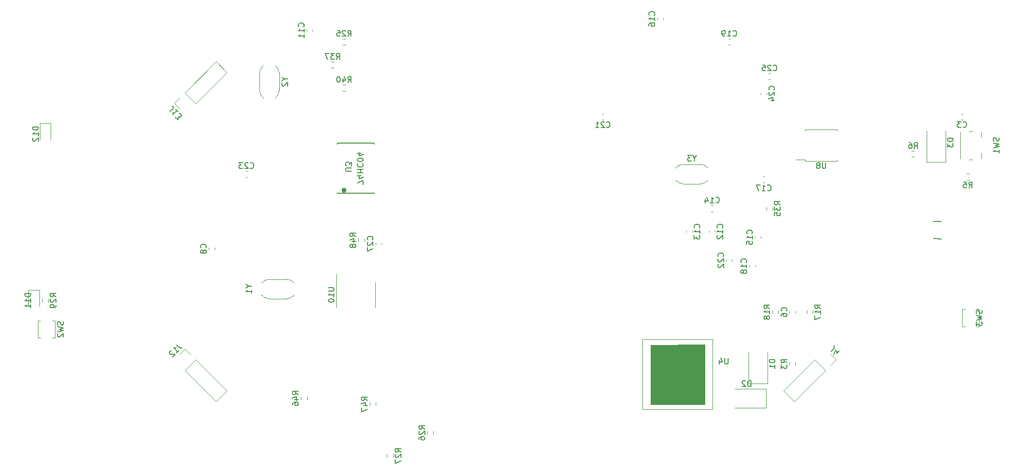
<source format=gbo>
%TF.GenerationSoftware,KiCad,Pcbnew,(6.0.9)*%
%TF.CreationDate,2022-12-21T05:14:32+09:00*%
%TF.ProjectId,main,6d61696e-2e6b-4696-9361-645f70636258,rev?*%
%TF.SameCoordinates,Original*%
%TF.FileFunction,Legend,Bot*%
%TF.FilePolarity,Positive*%
%FSLAX46Y46*%
G04 Gerber Fmt 4.6, Leading zero omitted, Abs format (unit mm)*
G04 Created by KiCad (PCBNEW (6.0.9)) date 2022-12-21 05:14:32*
%MOMM*%
%LPD*%
G01*
G04 APERTURE LIST*
%ADD10C,0.150000*%
%ADD11C,0.200000*%
%ADD12C,0.120000*%
%ADD13C,0.100000*%
%ADD14C,0.149860*%
%ADD15C,0.381000*%
G04 APERTURE END LIST*
D10*
%TO.C,C24*%
X196787142Y-75357142D02*
X196834761Y-75309523D01*
X196882380Y-75166666D01*
X196882380Y-75071428D01*
X196834761Y-74928571D01*
X196739523Y-74833333D01*
X196644285Y-74785714D01*
X196453809Y-74738095D01*
X196310952Y-74738095D01*
X196120476Y-74785714D01*
X196025238Y-74833333D01*
X195930000Y-74928571D01*
X195882380Y-75071428D01*
X195882380Y-75166666D01*
X195930000Y-75309523D01*
X195977619Y-75357142D01*
X195977619Y-75738095D02*
X195930000Y-75785714D01*
X195882380Y-75880952D01*
X195882380Y-76119047D01*
X195930000Y-76214285D01*
X195977619Y-76261904D01*
X196072857Y-76309523D01*
X196168095Y-76309523D01*
X196310952Y-76261904D01*
X196882380Y-75690476D01*
X196882380Y-76309523D01*
X196215714Y-77166666D02*
X196882380Y-77166666D01*
X195834761Y-76928571D02*
X196549047Y-76690476D01*
X196549047Y-77309523D01*
%TO.C,C25*%
X196642857Y-71927142D02*
X196690476Y-71974761D01*
X196833333Y-72022380D01*
X196928571Y-72022380D01*
X197071428Y-71974761D01*
X197166666Y-71879523D01*
X197214285Y-71784285D01*
X197261904Y-71593809D01*
X197261904Y-71450952D01*
X197214285Y-71260476D01*
X197166666Y-71165238D01*
X197071428Y-71070000D01*
X196928571Y-71022380D01*
X196833333Y-71022380D01*
X196690476Y-71070000D01*
X196642857Y-71117619D01*
X196261904Y-71117619D02*
X196214285Y-71070000D01*
X196119047Y-71022380D01*
X195880952Y-71022380D01*
X195785714Y-71070000D01*
X195738095Y-71117619D01*
X195690476Y-71212857D01*
X195690476Y-71308095D01*
X195738095Y-71450952D01*
X196309523Y-72022380D01*
X195690476Y-72022380D01*
X194785714Y-71022380D02*
X195261904Y-71022380D01*
X195309523Y-71498571D01*
X195261904Y-71450952D01*
X195166666Y-71403333D01*
X194928571Y-71403333D01*
X194833333Y-71450952D01*
X194785714Y-71498571D01*
X194738095Y-71593809D01*
X194738095Y-71831904D01*
X194785714Y-71927142D01*
X194833333Y-71974761D01*
X194928571Y-72022380D01*
X195166666Y-72022380D01*
X195261904Y-71974761D01*
X195309523Y-71927142D01*
%TO.C,R35*%
X197882380Y-95357142D02*
X197406190Y-95023809D01*
X197882380Y-94785714D02*
X196882380Y-94785714D01*
X196882380Y-95166666D01*
X196930000Y-95261904D01*
X196977619Y-95309523D01*
X197072857Y-95357142D01*
X197215714Y-95357142D01*
X197310952Y-95309523D01*
X197358571Y-95261904D01*
X197406190Y-95166666D01*
X197406190Y-94785714D01*
X196882380Y-95690476D02*
X196882380Y-96309523D01*
X197263333Y-95976190D01*
X197263333Y-96119047D01*
X197310952Y-96214285D01*
X197358571Y-96261904D01*
X197453809Y-96309523D01*
X197691904Y-96309523D01*
X197787142Y-96261904D01*
X197834761Y-96214285D01*
X197882380Y-96119047D01*
X197882380Y-95833333D01*
X197834761Y-95738095D01*
X197787142Y-95690476D01*
X196882380Y-97214285D02*
X196882380Y-96738095D01*
X197358571Y-96690476D01*
X197310952Y-96738095D01*
X197263333Y-96833333D01*
X197263333Y-97071428D01*
X197310952Y-97166666D01*
X197358571Y-97214285D01*
X197453809Y-97261904D01*
X197691904Y-97261904D01*
X197787142Y-97214285D01*
X197834761Y-97166666D01*
X197882380Y-97071428D01*
X197882380Y-96833333D01*
X197834761Y-96738095D01*
X197787142Y-96690476D01*
D11*
%TO.C,U4*%
X188773904Y-122035380D02*
X188773904Y-122844904D01*
X188726285Y-122940142D01*
X188678666Y-122987761D01*
X188583428Y-123035380D01*
X188392952Y-123035380D01*
X188297714Y-122987761D01*
X188250095Y-122940142D01*
X188202476Y-122844904D01*
X188202476Y-122035380D01*
X187297714Y-122368714D02*
X187297714Y-123035380D01*
X187535809Y-121987761D02*
X187773904Y-122702047D01*
X187154857Y-122702047D01*
D10*
%TO.C,R26*%
X136022380Y-134357142D02*
X135546190Y-134023809D01*
X136022380Y-133785714D02*
X135022380Y-133785714D01*
X135022380Y-134166666D01*
X135070000Y-134261904D01*
X135117619Y-134309523D01*
X135212857Y-134357142D01*
X135355714Y-134357142D01*
X135450952Y-134309523D01*
X135498571Y-134261904D01*
X135546190Y-134166666D01*
X135546190Y-133785714D01*
X135117619Y-134738095D02*
X135070000Y-134785714D01*
X135022380Y-134880952D01*
X135022380Y-135119047D01*
X135070000Y-135214285D01*
X135117619Y-135261904D01*
X135212857Y-135309523D01*
X135308095Y-135309523D01*
X135450952Y-135261904D01*
X136022380Y-134690476D01*
X136022380Y-135309523D01*
X135022380Y-136166666D02*
X135022380Y-135976190D01*
X135070000Y-135880952D01*
X135117619Y-135833333D01*
X135260476Y-135738095D01*
X135450952Y-135690476D01*
X135831904Y-135690476D01*
X135927142Y-135738095D01*
X135974761Y-135785714D01*
X136022380Y-135880952D01*
X136022380Y-136071428D01*
X135974761Y-136166666D01*
X135927142Y-136214285D01*
X135831904Y-136261904D01*
X135593809Y-136261904D01*
X135498571Y-136214285D01*
X135450952Y-136166666D01*
X135403333Y-136071428D01*
X135403333Y-135880952D01*
X135450952Y-135785714D01*
X135498571Y-135738095D01*
X135593809Y-135690476D01*
%TO.C,C14*%
X186642857Y-94927142D02*
X186690476Y-94974761D01*
X186833333Y-95022380D01*
X186928571Y-95022380D01*
X187071428Y-94974761D01*
X187166666Y-94879523D01*
X187214285Y-94784285D01*
X187261904Y-94593809D01*
X187261904Y-94450952D01*
X187214285Y-94260476D01*
X187166666Y-94165238D01*
X187071428Y-94070000D01*
X186928571Y-94022380D01*
X186833333Y-94022380D01*
X186690476Y-94070000D01*
X186642857Y-94117619D01*
X185690476Y-95022380D02*
X186261904Y-95022380D01*
X185976190Y-95022380D02*
X185976190Y-94022380D01*
X186071428Y-94165238D01*
X186166666Y-94260476D01*
X186261904Y-94308095D01*
X184833333Y-94355714D02*
X184833333Y-95022380D01*
X185071428Y-93974761D02*
X185309523Y-94689047D01*
X184690476Y-94689047D01*
%TO.C,R29*%
X71882380Y-111357142D02*
X71406190Y-111023809D01*
X71882380Y-110785714D02*
X70882380Y-110785714D01*
X70882380Y-111166666D01*
X70930000Y-111261904D01*
X70977619Y-111309523D01*
X71072857Y-111357142D01*
X71215714Y-111357142D01*
X71310952Y-111309523D01*
X71358571Y-111261904D01*
X71406190Y-111166666D01*
X71406190Y-110785714D01*
X70977619Y-111738095D02*
X70930000Y-111785714D01*
X70882380Y-111880952D01*
X70882380Y-112119047D01*
X70930000Y-112214285D01*
X70977619Y-112261904D01*
X71072857Y-112309523D01*
X71168095Y-112309523D01*
X71310952Y-112261904D01*
X71882380Y-111690476D01*
X71882380Y-112309523D01*
X71882380Y-112785714D02*
X71882380Y-112976190D01*
X71834761Y-113071428D01*
X71787142Y-113119047D01*
X71644285Y-113214285D01*
X71453809Y-113261904D01*
X71072857Y-113261904D01*
X70977619Y-113214285D01*
X70930000Y-113166666D01*
X70882380Y-113071428D01*
X70882380Y-112880952D01*
X70930000Y-112785714D01*
X70977619Y-112738095D01*
X71072857Y-112690476D01*
X71310952Y-112690476D01*
X71406190Y-112738095D01*
X71453809Y-112785714D01*
X71501428Y-112880952D01*
X71501428Y-113071428D01*
X71453809Y-113166666D01*
X71406190Y-113214285D01*
X71310952Y-113261904D01*
%TO.C,C23*%
X105642857Y-88927142D02*
X105690476Y-88974761D01*
X105833333Y-89022380D01*
X105928571Y-89022380D01*
X106071428Y-88974761D01*
X106166666Y-88879523D01*
X106214285Y-88784285D01*
X106261904Y-88593809D01*
X106261904Y-88450952D01*
X106214285Y-88260476D01*
X106166666Y-88165238D01*
X106071428Y-88070000D01*
X105928571Y-88022380D01*
X105833333Y-88022380D01*
X105690476Y-88070000D01*
X105642857Y-88117619D01*
X105261904Y-88117619D02*
X105214285Y-88070000D01*
X105119047Y-88022380D01*
X104880952Y-88022380D01*
X104785714Y-88070000D01*
X104738095Y-88117619D01*
X104690476Y-88212857D01*
X104690476Y-88308095D01*
X104738095Y-88450952D01*
X105309523Y-89022380D01*
X104690476Y-89022380D01*
X104357142Y-88022380D02*
X103738095Y-88022380D01*
X104071428Y-88403333D01*
X103928571Y-88403333D01*
X103833333Y-88450952D01*
X103785714Y-88498571D01*
X103738095Y-88593809D01*
X103738095Y-88831904D01*
X103785714Y-88927142D01*
X103833333Y-88974761D01*
X103928571Y-89022380D01*
X104214285Y-89022380D01*
X104309523Y-88974761D01*
X104357142Y-88927142D01*
%TO.C,R6*%
X221166666Y-85522380D02*
X221500000Y-85046190D01*
X221738095Y-85522380D02*
X221738095Y-84522380D01*
X221357142Y-84522380D01*
X221261904Y-84570000D01*
X221214285Y-84617619D01*
X221166666Y-84712857D01*
X221166666Y-84855714D01*
X221214285Y-84950952D01*
X221261904Y-84998571D01*
X221357142Y-85046190D01*
X221738095Y-85046190D01*
X220309523Y-84522380D02*
X220500000Y-84522380D01*
X220595238Y-84570000D01*
X220642857Y-84617619D01*
X220738095Y-84760476D01*
X220785714Y-84950952D01*
X220785714Y-85331904D01*
X220738095Y-85427142D01*
X220690476Y-85474761D01*
X220595238Y-85522380D01*
X220404761Y-85522380D01*
X220309523Y-85474761D01*
X220261904Y-85427142D01*
X220214285Y-85331904D01*
X220214285Y-85093809D01*
X220261904Y-84998571D01*
X220309523Y-84950952D01*
X220404761Y-84903333D01*
X220595238Y-84903333D01*
X220690476Y-84950952D01*
X220738095Y-84998571D01*
X220785714Y-85093809D01*
%TO.C,R17*%
X204882380Y-113357142D02*
X204406190Y-113023809D01*
X204882380Y-112785714D02*
X203882380Y-112785714D01*
X203882380Y-113166666D01*
X203930000Y-113261904D01*
X203977619Y-113309523D01*
X204072857Y-113357142D01*
X204215714Y-113357142D01*
X204310952Y-113309523D01*
X204358571Y-113261904D01*
X204406190Y-113166666D01*
X204406190Y-112785714D01*
X204882380Y-114309523D02*
X204882380Y-113738095D01*
X204882380Y-114023809D02*
X203882380Y-114023809D01*
X204025238Y-113928571D01*
X204120476Y-113833333D01*
X204168095Y-113738095D01*
X203882380Y-114642857D02*
X203882380Y-115309523D01*
X204882380Y-114880952D01*
%TO.C,SW1*%
X235904761Y-83666666D02*
X235952380Y-83809523D01*
X235952380Y-84047619D01*
X235904761Y-84142857D01*
X235857142Y-84190476D01*
X235761904Y-84238095D01*
X235666666Y-84238095D01*
X235571428Y-84190476D01*
X235523809Y-84142857D01*
X235476190Y-84047619D01*
X235428571Y-83857142D01*
X235380952Y-83761904D01*
X235333333Y-83714285D01*
X235238095Y-83666666D01*
X235142857Y-83666666D01*
X235047619Y-83714285D01*
X235000000Y-83761904D01*
X234952380Y-83857142D01*
X234952380Y-84095238D01*
X235000000Y-84238095D01*
X234952380Y-84571428D02*
X235952380Y-84809523D01*
X235238095Y-85000000D01*
X235952380Y-85190476D01*
X234952380Y-85428571D01*
X235952380Y-86333333D02*
X235952380Y-85761904D01*
X235952380Y-86047619D02*
X234952380Y-86047619D01*
X235095238Y-85952380D01*
X235190476Y-85857142D01*
X235238095Y-85761904D01*
%TO.C,R47*%
X126022380Y-129357142D02*
X125546190Y-129023809D01*
X126022380Y-128785714D02*
X125022380Y-128785714D01*
X125022380Y-129166666D01*
X125070000Y-129261904D01*
X125117619Y-129309523D01*
X125212857Y-129357142D01*
X125355714Y-129357142D01*
X125450952Y-129309523D01*
X125498571Y-129261904D01*
X125546190Y-129166666D01*
X125546190Y-128785714D01*
X125355714Y-130214285D02*
X126022380Y-130214285D01*
X124974761Y-129976190D02*
X125689047Y-129738095D01*
X125689047Y-130357142D01*
X125022380Y-130642857D02*
X125022380Y-131309523D01*
X126022380Y-130880952D01*
%TO.C,C12*%
X187787142Y-99357142D02*
X187834761Y-99309523D01*
X187882380Y-99166666D01*
X187882380Y-99071428D01*
X187834761Y-98928571D01*
X187739523Y-98833333D01*
X187644285Y-98785714D01*
X187453809Y-98738095D01*
X187310952Y-98738095D01*
X187120476Y-98785714D01*
X187025238Y-98833333D01*
X186930000Y-98928571D01*
X186882380Y-99071428D01*
X186882380Y-99166666D01*
X186930000Y-99309523D01*
X186977619Y-99357142D01*
X187882380Y-100309523D02*
X187882380Y-99738095D01*
X187882380Y-100023809D02*
X186882380Y-100023809D01*
X187025238Y-99928571D01*
X187120476Y-99833333D01*
X187168095Y-99738095D01*
X186977619Y-100690476D02*
X186930000Y-100738095D01*
X186882380Y-100833333D01*
X186882380Y-101071428D01*
X186930000Y-101166666D01*
X186977619Y-101214285D01*
X187072857Y-101261904D01*
X187168095Y-101261904D01*
X187310952Y-101214285D01*
X187882380Y-100642857D01*
X187882380Y-101261904D01*
%TO.C,R37*%
X120642857Y-70022380D02*
X120976190Y-69546190D01*
X121214285Y-70022380D02*
X121214285Y-69022380D01*
X120833333Y-69022380D01*
X120738095Y-69070000D01*
X120690476Y-69117619D01*
X120642857Y-69212857D01*
X120642857Y-69355714D01*
X120690476Y-69450952D01*
X120738095Y-69498571D01*
X120833333Y-69546190D01*
X121214285Y-69546190D01*
X120309523Y-69022380D02*
X119690476Y-69022380D01*
X120023809Y-69403333D01*
X119880952Y-69403333D01*
X119785714Y-69450952D01*
X119738095Y-69498571D01*
X119690476Y-69593809D01*
X119690476Y-69831904D01*
X119738095Y-69927142D01*
X119785714Y-69974761D01*
X119880952Y-70022380D01*
X120166666Y-70022380D01*
X120261904Y-69974761D01*
X120309523Y-69927142D01*
X119357142Y-69022380D02*
X118690476Y-69022380D01*
X119119047Y-70022380D01*
%TO.C,C21*%
X167642857Y-81787142D02*
X167690476Y-81834761D01*
X167833333Y-81882380D01*
X167928571Y-81882380D01*
X168071428Y-81834761D01*
X168166666Y-81739523D01*
X168214285Y-81644285D01*
X168261904Y-81453809D01*
X168261904Y-81310952D01*
X168214285Y-81120476D01*
X168166666Y-81025238D01*
X168071428Y-80930000D01*
X167928571Y-80882380D01*
X167833333Y-80882380D01*
X167690476Y-80930000D01*
X167642857Y-80977619D01*
X167261904Y-80977619D02*
X167214285Y-80930000D01*
X167119047Y-80882380D01*
X166880952Y-80882380D01*
X166785714Y-80930000D01*
X166738095Y-80977619D01*
X166690476Y-81072857D01*
X166690476Y-81168095D01*
X166738095Y-81310952D01*
X167309523Y-81882380D01*
X166690476Y-81882380D01*
X165738095Y-81882380D02*
X166309523Y-81882380D01*
X166023809Y-81882380D02*
X166023809Y-80882380D01*
X166119047Y-81025238D01*
X166214285Y-81120476D01*
X166309523Y-81168095D01*
%TO.C,R18*%
X196022380Y-113357142D02*
X195546190Y-113023809D01*
X196022380Y-112785714D02*
X195022380Y-112785714D01*
X195022380Y-113166666D01*
X195070000Y-113261904D01*
X195117619Y-113309523D01*
X195212857Y-113357142D01*
X195355714Y-113357142D01*
X195450952Y-113309523D01*
X195498571Y-113261904D01*
X195546190Y-113166666D01*
X195546190Y-112785714D01*
X196022380Y-114309523D02*
X196022380Y-113738095D01*
X196022380Y-114023809D02*
X195022380Y-114023809D01*
X195165238Y-113928571D01*
X195260476Y-113833333D01*
X195308095Y-113738095D01*
X195450952Y-114880952D02*
X195403333Y-114785714D01*
X195355714Y-114738095D01*
X195260476Y-114690476D01*
X195212857Y-114690476D01*
X195117619Y-114738095D01*
X195070000Y-114785714D01*
X195022380Y-114880952D01*
X195022380Y-115071428D01*
X195070000Y-115166666D01*
X195117619Y-115214285D01*
X195212857Y-115261904D01*
X195260476Y-115261904D01*
X195355714Y-115214285D01*
X195403333Y-115166666D01*
X195450952Y-115071428D01*
X195450952Y-114880952D01*
X195498571Y-114785714D01*
X195546190Y-114738095D01*
X195641428Y-114690476D01*
X195831904Y-114690476D01*
X195927142Y-114738095D01*
X195974761Y-114785714D01*
X196022380Y-114880952D01*
X196022380Y-115071428D01*
X195974761Y-115166666D01*
X195927142Y-115214285D01*
X195831904Y-115261904D01*
X195641428Y-115261904D01*
X195546190Y-115214285D01*
X195498571Y-115166666D01*
X195450952Y-115071428D01*
%TO.C,U10*%
X119252380Y-109761904D02*
X120061904Y-109761904D01*
X120157142Y-109809523D01*
X120204761Y-109857142D01*
X120252380Y-109952380D01*
X120252380Y-110142857D01*
X120204761Y-110238095D01*
X120157142Y-110285714D01*
X120061904Y-110333333D01*
X119252380Y-110333333D01*
X120252380Y-111333333D02*
X120252380Y-110761904D01*
X120252380Y-111047619D02*
X119252380Y-111047619D01*
X119395238Y-110952380D01*
X119490476Y-110857142D01*
X119538095Y-110761904D01*
X119252380Y-111952380D02*
X119252380Y-112047619D01*
X119300000Y-112142857D01*
X119347619Y-112190476D01*
X119442857Y-112238095D01*
X119633333Y-112285714D01*
X119871428Y-112285714D01*
X120061904Y-112238095D01*
X120157142Y-112190476D01*
X120204761Y-112142857D01*
X120252380Y-112047619D01*
X120252380Y-111952380D01*
X120204761Y-111857142D01*
X120157142Y-111809523D01*
X120061904Y-111761904D01*
X119871428Y-111714285D01*
X119633333Y-111714285D01*
X119442857Y-111761904D01*
X119347619Y-111809523D01*
X119300000Y-111857142D01*
X119252380Y-111952380D01*
%TO.C,C11*%
X114927142Y-64357142D02*
X114974761Y-64309523D01*
X115022380Y-64166666D01*
X115022380Y-64071428D01*
X114974761Y-63928571D01*
X114879523Y-63833333D01*
X114784285Y-63785714D01*
X114593809Y-63738095D01*
X114450952Y-63738095D01*
X114260476Y-63785714D01*
X114165238Y-63833333D01*
X114070000Y-63928571D01*
X114022380Y-64071428D01*
X114022380Y-64166666D01*
X114070000Y-64309523D01*
X114117619Y-64357142D01*
X115022380Y-65309523D02*
X115022380Y-64738095D01*
X115022380Y-65023809D02*
X114022380Y-65023809D01*
X114165238Y-64928571D01*
X114260476Y-64833333D01*
X114308095Y-64738095D01*
X115022380Y-66261904D02*
X115022380Y-65690476D01*
X115022380Y-65976190D02*
X114022380Y-65976190D01*
X114165238Y-65880952D01*
X114260476Y-65785714D01*
X114308095Y-65690476D01*
%TO.C,R27*%
X131882380Y-138357142D02*
X131406190Y-138023809D01*
X131882380Y-137785714D02*
X130882380Y-137785714D01*
X130882380Y-138166666D01*
X130930000Y-138261904D01*
X130977619Y-138309523D01*
X131072857Y-138357142D01*
X131215714Y-138357142D01*
X131310952Y-138309523D01*
X131358571Y-138261904D01*
X131406190Y-138166666D01*
X131406190Y-137785714D01*
X130977619Y-138738095D02*
X130930000Y-138785714D01*
X130882380Y-138880952D01*
X130882380Y-139119047D01*
X130930000Y-139214285D01*
X130977619Y-139261904D01*
X131072857Y-139309523D01*
X131168095Y-139309523D01*
X131310952Y-139261904D01*
X131882380Y-138690476D01*
X131882380Y-139309523D01*
X130882380Y-139642857D02*
X130882380Y-140309523D01*
X131882380Y-139880952D01*
%TO.C,R40*%
X122642857Y-74022380D02*
X122976190Y-73546190D01*
X123214285Y-74022380D02*
X123214285Y-73022380D01*
X122833333Y-73022380D01*
X122738095Y-73070000D01*
X122690476Y-73117619D01*
X122642857Y-73212857D01*
X122642857Y-73355714D01*
X122690476Y-73450952D01*
X122738095Y-73498571D01*
X122833333Y-73546190D01*
X123214285Y-73546190D01*
X121785714Y-73355714D02*
X121785714Y-74022380D01*
X122023809Y-72974761D02*
X122261904Y-73689047D01*
X121642857Y-73689047D01*
X121071428Y-73022380D02*
X120976190Y-73022380D01*
X120880952Y-73070000D01*
X120833333Y-73117619D01*
X120785714Y-73212857D01*
X120738095Y-73403333D01*
X120738095Y-73641428D01*
X120785714Y-73831904D01*
X120833333Y-73927142D01*
X120880952Y-73974761D01*
X120976190Y-74022380D01*
X121071428Y-74022380D01*
X121166666Y-73974761D01*
X121214285Y-73927142D01*
X121261904Y-73831904D01*
X121309523Y-73641428D01*
X121309523Y-73403333D01*
X121261904Y-73212857D01*
X121214285Y-73117619D01*
X121166666Y-73070000D01*
X121071428Y-73022380D01*
%TO.C,J4*%
X206711631Y-120816963D02*
X207216707Y-120311887D01*
X207284051Y-120177200D01*
X207284051Y-120042513D01*
X207216707Y-119907826D01*
X207149364Y-119840483D01*
X207587097Y-121221024D02*
X208058501Y-120749620D01*
X207149364Y-121322040D02*
X207486081Y-120648605D01*
X207923814Y-121086337D01*
%TO.C,R25*%
X122642857Y-66022380D02*
X122976190Y-65546190D01*
X123214285Y-66022380D02*
X123214285Y-65022380D01*
X122833333Y-65022380D01*
X122738095Y-65070000D01*
X122690476Y-65117619D01*
X122642857Y-65212857D01*
X122642857Y-65355714D01*
X122690476Y-65450952D01*
X122738095Y-65498571D01*
X122833333Y-65546190D01*
X123214285Y-65546190D01*
X122261904Y-65117619D02*
X122214285Y-65070000D01*
X122119047Y-65022380D01*
X121880952Y-65022380D01*
X121785714Y-65070000D01*
X121738095Y-65117619D01*
X121690476Y-65212857D01*
X121690476Y-65308095D01*
X121738095Y-65450952D01*
X122309523Y-66022380D01*
X121690476Y-66022380D01*
X120785714Y-65022380D02*
X121261904Y-65022380D01*
X121309523Y-65498571D01*
X121261904Y-65450952D01*
X121166666Y-65403333D01*
X120928571Y-65403333D01*
X120833333Y-65450952D01*
X120785714Y-65498571D01*
X120738095Y-65593809D01*
X120738095Y-65831904D01*
X120785714Y-65927142D01*
X120833333Y-65974761D01*
X120928571Y-66022380D01*
X121166666Y-66022380D01*
X121261904Y-65974761D01*
X121309523Y-65927142D01*
%TO.C,D1*%
X196952380Y-122261904D02*
X195952380Y-122261904D01*
X195952380Y-122500000D01*
X196000000Y-122642857D01*
X196095238Y-122738095D01*
X196190476Y-122785714D01*
X196380952Y-122833333D01*
X196523809Y-122833333D01*
X196714285Y-122785714D01*
X196809523Y-122738095D01*
X196904761Y-122642857D01*
X196952380Y-122500000D01*
X196952380Y-122261904D01*
X196952380Y-123785714D02*
X196952380Y-123214285D01*
X196952380Y-123500000D02*
X195952380Y-123500000D01*
X196095238Y-123404761D01*
X196190476Y-123309523D01*
X196238095Y-123214285D01*
%TO.C,C15*%
X192927142Y-100357142D02*
X192974761Y-100309523D01*
X193022380Y-100166666D01*
X193022380Y-100071428D01*
X192974761Y-99928571D01*
X192879523Y-99833333D01*
X192784285Y-99785714D01*
X192593809Y-99738095D01*
X192450952Y-99738095D01*
X192260476Y-99785714D01*
X192165238Y-99833333D01*
X192070000Y-99928571D01*
X192022380Y-100071428D01*
X192022380Y-100166666D01*
X192070000Y-100309523D01*
X192117619Y-100357142D01*
X193022380Y-101309523D02*
X193022380Y-100738095D01*
X193022380Y-101023809D02*
X192022380Y-101023809D01*
X192165238Y-100928571D01*
X192260476Y-100833333D01*
X192308095Y-100738095D01*
X192022380Y-102214285D02*
X192022380Y-101738095D01*
X192498571Y-101690476D01*
X192450952Y-101738095D01*
X192403333Y-101833333D01*
X192403333Y-102071428D01*
X192450952Y-102166666D01*
X192498571Y-102214285D01*
X192593809Y-102261904D01*
X192831904Y-102261904D01*
X192927142Y-102214285D01*
X192974761Y-102166666D01*
X193022380Y-102071428D01*
X193022380Y-101833333D01*
X192974761Y-101738095D01*
X192927142Y-101690476D01*
%TO.C,C17*%
X195642857Y-92787142D02*
X195690476Y-92834761D01*
X195833333Y-92882380D01*
X195928571Y-92882380D01*
X196071428Y-92834761D01*
X196166666Y-92739523D01*
X196214285Y-92644285D01*
X196261904Y-92453809D01*
X196261904Y-92310952D01*
X196214285Y-92120476D01*
X196166666Y-92025238D01*
X196071428Y-91930000D01*
X195928571Y-91882380D01*
X195833333Y-91882380D01*
X195690476Y-91930000D01*
X195642857Y-91977619D01*
X194690476Y-92882380D02*
X195261904Y-92882380D01*
X194976190Y-92882380D02*
X194976190Y-91882380D01*
X195071428Y-92025238D01*
X195166666Y-92120476D01*
X195261904Y-92168095D01*
X194357142Y-91882380D02*
X193690476Y-91882380D01*
X194119047Y-92882380D01*
%TO.C,C13*%
X183787142Y-99357142D02*
X183834761Y-99309523D01*
X183882380Y-99166666D01*
X183882380Y-99071428D01*
X183834761Y-98928571D01*
X183739523Y-98833333D01*
X183644285Y-98785714D01*
X183453809Y-98738095D01*
X183310952Y-98738095D01*
X183120476Y-98785714D01*
X183025238Y-98833333D01*
X182930000Y-98928571D01*
X182882380Y-99071428D01*
X182882380Y-99166666D01*
X182930000Y-99309523D01*
X182977619Y-99357142D01*
X183882380Y-100309523D02*
X183882380Y-99738095D01*
X183882380Y-100023809D02*
X182882380Y-100023809D01*
X183025238Y-99928571D01*
X183120476Y-99833333D01*
X183168095Y-99738095D01*
X182882380Y-100642857D02*
X182882380Y-101261904D01*
X183263333Y-100928571D01*
X183263333Y-101071428D01*
X183310952Y-101166666D01*
X183358571Y-101214285D01*
X183453809Y-101261904D01*
X183691904Y-101261904D01*
X183787142Y-101214285D01*
X183834761Y-101166666D01*
X183882380Y-101071428D01*
X183882380Y-100785714D01*
X183834761Y-100690476D01*
X183787142Y-100642857D01*
%TO.C,SW2*%
X73104761Y-115666666D02*
X73152380Y-115809523D01*
X73152380Y-116047619D01*
X73104761Y-116142857D01*
X73057142Y-116190476D01*
X72961904Y-116238095D01*
X72866666Y-116238095D01*
X72771428Y-116190476D01*
X72723809Y-116142857D01*
X72676190Y-116047619D01*
X72628571Y-115857142D01*
X72580952Y-115761904D01*
X72533333Y-115714285D01*
X72438095Y-115666666D01*
X72342857Y-115666666D01*
X72247619Y-115714285D01*
X72200000Y-115761904D01*
X72152380Y-115857142D01*
X72152380Y-116095238D01*
X72200000Y-116238095D01*
X72152380Y-116571428D02*
X73152380Y-116809523D01*
X72438095Y-117000000D01*
X73152380Y-117190476D01*
X72152380Y-117428571D01*
X72247619Y-117761904D02*
X72200000Y-117809523D01*
X72152380Y-117904761D01*
X72152380Y-118142857D01*
X72200000Y-118238095D01*
X72247619Y-118285714D01*
X72342857Y-118333333D01*
X72438095Y-118333333D01*
X72580952Y-118285714D01*
X73152380Y-117714285D01*
X73152380Y-118333333D01*
%TO.C,D3*%
X227952380Y-83761904D02*
X226952380Y-83761904D01*
X226952380Y-84000000D01*
X227000000Y-84142857D01*
X227095238Y-84238095D01*
X227190476Y-84285714D01*
X227380952Y-84333333D01*
X227523809Y-84333333D01*
X227714285Y-84285714D01*
X227809523Y-84238095D01*
X227904761Y-84142857D01*
X227952380Y-84000000D01*
X227952380Y-83761904D01*
X226952380Y-84666666D02*
X226952380Y-85285714D01*
X227333333Y-84952380D01*
X227333333Y-85095238D01*
X227380952Y-85190476D01*
X227428571Y-85238095D01*
X227523809Y-85285714D01*
X227761904Y-85285714D01*
X227857142Y-85238095D01*
X227904761Y-85190476D01*
X227952380Y-85095238D01*
X227952380Y-84809523D01*
X227904761Y-84714285D01*
X227857142Y-84666666D01*
%TO.C,J12*%
X92850635Y-119705796D02*
X93355711Y-120210872D01*
X93490398Y-120278215D01*
X93625085Y-120278215D01*
X93759772Y-120210872D01*
X93827116Y-120143528D01*
X92850635Y-121120009D02*
X93254696Y-120715948D01*
X93052666Y-120917979D02*
X92345559Y-120210872D01*
X92513918Y-120244544D01*
X92648605Y-120244544D01*
X92749620Y-120210872D01*
X91941498Y-120749620D02*
X91874154Y-120749620D01*
X91773139Y-120783292D01*
X91604780Y-120951650D01*
X91571109Y-121052666D01*
X91571109Y-121120009D01*
X91604780Y-121221024D01*
X91672124Y-121288368D01*
X91806811Y-121355711D01*
X92614933Y-121355711D01*
X92177200Y-121793444D01*
%TO.C,U8*%
X205761904Y-88012380D02*
X205761904Y-88821904D01*
X205714285Y-88917142D01*
X205666666Y-88964761D01*
X205571428Y-89012380D01*
X205380952Y-89012380D01*
X205285714Y-88964761D01*
X205238095Y-88917142D01*
X205190476Y-88821904D01*
X205190476Y-88012380D01*
X204571428Y-88440952D02*
X204666666Y-88393333D01*
X204714285Y-88345714D01*
X204761904Y-88250476D01*
X204761904Y-88202857D01*
X204714285Y-88107619D01*
X204666666Y-88060000D01*
X204571428Y-88012380D01*
X204380952Y-88012380D01*
X204285714Y-88060000D01*
X204238095Y-88107619D01*
X204190476Y-88202857D01*
X204190476Y-88250476D01*
X204238095Y-88345714D01*
X204285714Y-88393333D01*
X204380952Y-88440952D01*
X204571428Y-88440952D01*
X204666666Y-88488571D01*
X204714285Y-88536190D01*
X204761904Y-88631428D01*
X204761904Y-88821904D01*
X204714285Y-88917142D01*
X204666666Y-88964761D01*
X204571428Y-89012380D01*
X204380952Y-89012380D01*
X204285714Y-88964761D01*
X204238095Y-88917142D01*
X204190476Y-88821904D01*
X204190476Y-88631428D01*
X204238095Y-88536190D01*
X204285714Y-88488571D01*
X204380952Y-88440952D01*
%TO.C,D2*%
X192738095Y-126952380D02*
X192738095Y-125952380D01*
X192500000Y-125952380D01*
X192357142Y-126000000D01*
X192261904Y-126095238D01*
X192214285Y-126190476D01*
X192166666Y-126380952D01*
X192166666Y-126523809D01*
X192214285Y-126714285D01*
X192261904Y-126809523D01*
X192357142Y-126904761D01*
X192500000Y-126952380D01*
X192738095Y-126952380D01*
X191785714Y-126047619D02*
X191738095Y-126000000D01*
X191642857Y-125952380D01*
X191404761Y-125952380D01*
X191309523Y-126000000D01*
X191261904Y-126047619D01*
X191214285Y-126142857D01*
X191214285Y-126238095D01*
X191261904Y-126380952D01*
X191833333Y-126952380D01*
X191214285Y-126952380D01*
D11*
%TO.C,U3*%
X123277619Y-89507904D02*
X122468095Y-89507904D01*
X122372857Y-89460285D01*
X122325238Y-89412666D01*
X122277619Y-89317428D01*
X122277619Y-89126952D01*
X122325238Y-89031714D01*
X122372857Y-88984095D01*
X122468095Y-88936476D01*
X123277619Y-88936476D01*
X123277619Y-88555523D02*
X123277619Y-87936476D01*
X122896666Y-88269809D01*
X122896666Y-88126952D01*
X122849047Y-88031714D01*
X122801428Y-87984095D01*
X122706190Y-87936476D01*
X122468095Y-87936476D01*
X122372857Y-87984095D01*
X122325238Y-88031714D01*
X122277619Y-88126952D01*
X122277619Y-88412666D01*
X122325238Y-88507904D01*
X122372857Y-88555523D01*
X125309619Y-91785714D02*
X125309619Y-91119047D01*
X124309619Y-91547619D01*
X124976285Y-90309523D02*
X124309619Y-90309523D01*
X125357238Y-90547619D02*
X124642952Y-90785714D01*
X124642952Y-90166666D01*
X124309619Y-89785714D02*
X125309619Y-89785714D01*
X124833428Y-89785714D02*
X124833428Y-89214285D01*
X124309619Y-89214285D02*
X125309619Y-89214285D01*
X124404857Y-88166666D02*
X124357238Y-88214285D01*
X124309619Y-88357142D01*
X124309619Y-88452380D01*
X124357238Y-88595238D01*
X124452476Y-88690476D01*
X124547714Y-88738095D01*
X124738190Y-88785714D01*
X124881047Y-88785714D01*
X125071523Y-88738095D01*
X125166761Y-88690476D01*
X125262000Y-88595238D01*
X125309619Y-88452380D01*
X125309619Y-88357142D01*
X125262000Y-88214285D01*
X125214380Y-88166666D01*
X125309619Y-87547619D02*
X125309619Y-87452380D01*
X125262000Y-87357142D01*
X125214380Y-87309523D01*
X125119142Y-87261904D01*
X124928666Y-87214285D01*
X124690571Y-87214285D01*
X124500095Y-87261904D01*
X124404857Y-87309523D01*
X124357238Y-87357142D01*
X124309619Y-87452380D01*
X124309619Y-87547619D01*
X124357238Y-87642857D01*
X124404857Y-87690476D01*
X124500095Y-87738095D01*
X124690571Y-87785714D01*
X124928666Y-87785714D01*
X125119142Y-87738095D01*
X125214380Y-87690476D01*
X125262000Y-87642857D01*
X125309619Y-87547619D01*
X124976285Y-86357142D02*
X124309619Y-86357142D01*
X125357238Y-86595238D02*
X124642952Y-86833333D01*
X124642952Y-86214285D01*
D10*
%TO.C,R48*%
X124022380Y-100857142D02*
X123546190Y-100523809D01*
X124022380Y-100285714D02*
X123022380Y-100285714D01*
X123022380Y-100666666D01*
X123070000Y-100761904D01*
X123117619Y-100809523D01*
X123212857Y-100857142D01*
X123355714Y-100857142D01*
X123450952Y-100809523D01*
X123498571Y-100761904D01*
X123546190Y-100666666D01*
X123546190Y-100285714D01*
X123355714Y-101714285D02*
X124022380Y-101714285D01*
X122974761Y-101476190D02*
X123689047Y-101238095D01*
X123689047Y-101857142D01*
X123450952Y-102380952D02*
X123403333Y-102285714D01*
X123355714Y-102238095D01*
X123260476Y-102190476D01*
X123212857Y-102190476D01*
X123117619Y-102238095D01*
X123070000Y-102285714D01*
X123022380Y-102380952D01*
X123022380Y-102571428D01*
X123070000Y-102666666D01*
X123117619Y-102714285D01*
X123212857Y-102761904D01*
X123260476Y-102761904D01*
X123355714Y-102714285D01*
X123403333Y-102666666D01*
X123450952Y-102571428D01*
X123450952Y-102380952D01*
X123498571Y-102285714D01*
X123546190Y-102238095D01*
X123641428Y-102190476D01*
X123831904Y-102190476D01*
X123927142Y-102238095D01*
X123974761Y-102285714D01*
X124022380Y-102380952D01*
X124022380Y-102571428D01*
X123974761Y-102666666D01*
X123927142Y-102714285D01*
X123831904Y-102761904D01*
X123641428Y-102761904D01*
X123546190Y-102714285D01*
X123498571Y-102666666D01*
X123450952Y-102571428D01*
%TO.C,C16*%
X175927142Y-62357142D02*
X175974761Y-62309523D01*
X176022380Y-62166666D01*
X176022380Y-62071428D01*
X175974761Y-61928571D01*
X175879523Y-61833333D01*
X175784285Y-61785714D01*
X175593809Y-61738095D01*
X175450952Y-61738095D01*
X175260476Y-61785714D01*
X175165238Y-61833333D01*
X175070000Y-61928571D01*
X175022380Y-62071428D01*
X175022380Y-62166666D01*
X175070000Y-62309523D01*
X175117619Y-62357142D01*
X176022380Y-63309523D02*
X176022380Y-62738095D01*
X176022380Y-63023809D02*
X175022380Y-63023809D01*
X175165238Y-62928571D01*
X175260476Y-62833333D01*
X175308095Y-62738095D01*
X175022380Y-64166666D02*
X175022380Y-63976190D01*
X175070000Y-63880952D01*
X175117619Y-63833333D01*
X175260476Y-63738095D01*
X175450952Y-63690476D01*
X175831904Y-63690476D01*
X175927142Y-63738095D01*
X175974761Y-63785714D01*
X176022380Y-63880952D01*
X176022380Y-64071428D01*
X175974761Y-64166666D01*
X175927142Y-64214285D01*
X175831904Y-64261904D01*
X175593809Y-64261904D01*
X175498571Y-64214285D01*
X175450952Y-64166666D01*
X175403333Y-64071428D01*
X175403333Y-63880952D01*
X175450952Y-63785714D01*
X175498571Y-63738095D01*
X175593809Y-63690476D01*
%TO.C,C19*%
X189642857Y-65927142D02*
X189690476Y-65974761D01*
X189833333Y-66022380D01*
X189928571Y-66022380D01*
X190071428Y-65974761D01*
X190166666Y-65879523D01*
X190214285Y-65784285D01*
X190261904Y-65593809D01*
X190261904Y-65450952D01*
X190214285Y-65260476D01*
X190166666Y-65165238D01*
X190071428Y-65070000D01*
X189928571Y-65022380D01*
X189833333Y-65022380D01*
X189690476Y-65070000D01*
X189642857Y-65117619D01*
X188690476Y-66022380D02*
X189261904Y-66022380D01*
X188976190Y-66022380D02*
X188976190Y-65022380D01*
X189071428Y-65165238D01*
X189166666Y-65260476D01*
X189261904Y-65308095D01*
X188214285Y-66022380D02*
X188023809Y-66022380D01*
X187928571Y-65974761D01*
X187880952Y-65927142D01*
X187785714Y-65784285D01*
X187738095Y-65593809D01*
X187738095Y-65212857D01*
X187785714Y-65117619D01*
X187833333Y-65070000D01*
X187928571Y-65022380D01*
X188119047Y-65022380D01*
X188214285Y-65070000D01*
X188261904Y-65117619D01*
X188309523Y-65212857D01*
X188309523Y-65450952D01*
X188261904Y-65546190D01*
X188214285Y-65593809D01*
X188119047Y-65641428D01*
X187928571Y-65641428D01*
X187833333Y-65593809D01*
X187785714Y-65546190D01*
X187738095Y-65450952D01*
%TO.C,R3*%
X199022380Y-122833333D02*
X198546190Y-122500000D01*
X199022380Y-122261904D02*
X198022380Y-122261904D01*
X198022380Y-122642857D01*
X198070000Y-122738095D01*
X198117619Y-122785714D01*
X198212857Y-122833333D01*
X198355714Y-122833333D01*
X198450952Y-122785714D01*
X198498571Y-122738095D01*
X198546190Y-122642857D01*
X198546190Y-122261904D01*
X198022380Y-123166666D02*
X198022380Y-123785714D01*
X198403333Y-123452380D01*
X198403333Y-123595238D01*
X198450952Y-123690476D01*
X198498571Y-123738095D01*
X198593809Y-123785714D01*
X198831904Y-123785714D01*
X198927142Y-123738095D01*
X198974761Y-123690476D01*
X199022380Y-123595238D01*
X199022380Y-123309523D01*
X198974761Y-123214285D01*
X198927142Y-123166666D01*
%TO.C,R5*%
X230666666Y-92382380D02*
X231000000Y-91906190D01*
X231238095Y-92382380D02*
X231238095Y-91382380D01*
X230857142Y-91382380D01*
X230761904Y-91430000D01*
X230714285Y-91477619D01*
X230666666Y-91572857D01*
X230666666Y-91715714D01*
X230714285Y-91810952D01*
X230761904Y-91858571D01*
X230857142Y-91906190D01*
X231238095Y-91906190D01*
X229761904Y-91382380D02*
X230238095Y-91382380D01*
X230285714Y-91858571D01*
X230238095Y-91810952D01*
X230142857Y-91763333D01*
X229904761Y-91763333D01*
X229809523Y-91810952D01*
X229761904Y-91858571D01*
X229714285Y-91953809D01*
X229714285Y-92191904D01*
X229761904Y-92287142D01*
X229809523Y-92334761D01*
X229904761Y-92382380D01*
X230142857Y-92382380D01*
X230238095Y-92334761D01*
X230285714Y-92287142D01*
%TO.C,C3*%
X229666666Y-81787142D02*
X229714285Y-81834761D01*
X229857142Y-81882380D01*
X229952380Y-81882380D01*
X230095238Y-81834761D01*
X230190476Y-81739523D01*
X230238095Y-81644285D01*
X230285714Y-81453809D01*
X230285714Y-81310952D01*
X230238095Y-81120476D01*
X230190476Y-81025238D01*
X230095238Y-80930000D01*
X229952380Y-80882380D01*
X229857142Y-80882380D01*
X229714285Y-80930000D01*
X229666666Y-80977619D01*
X229333333Y-80882380D02*
X228714285Y-80882380D01*
X229047619Y-81263333D01*
X228904761Y-81263333D01*
X228809523Y-81310952D01*
X228761904Y-81358571D01*
X228714285Y-81453809D01*
X228714285Y-81691904D01*
X228761904Y-81787142D01*
X228809523Y-81834761D01*
X228904761Y-81882380D01*
X229190476Y-81882380D01*
X229285714Y-81834761D01*
X229333333Y-81787142D01*
%TO.C,Y3*%
X182976190Y-87276190D02*
X182976190Y-87752380D01*
X183309523Y-86752380D02*
X182976190Y-87276190D01*
X182642857Y-86752380D01*
X182404761Y-86752380D02*
X181785714Y-86752380D01*
X182119047Y-87133333D01*
X181976190Y-87133333D01*
X181880952Y-87180952D01*
X181833333Y-87228571D01*
X181785714Y-87323809D01*
X181785714Y-87561904D01*
X181833333Y-87657142D01*
X181880952Y-87704761D01*
X181976190Y-87752380D01*
X182261904Y-87752380D01*
X182357142Y-87704761D01*
X182404761Y-87657142D01*
%TO.C,J13*%
X91705796Y-79149364D02*
X92210872Y-78644288D01*
X92278215Y-78509601D01*
X92278215Y-78374914D01*
X92210872Y-78240227D01*
X92143528Y-78172883D01*
X93120009Y-79149364D02*
X92715948Y-78745303D01*
X92917979Y-78947333D02*
X92210872Y-79654440D01*
X92244544Y-79486081D01*
X92244544Y-79351394D01*
X92210872Y-79250379D01*
X92648605Y-80092173D02*
X93086337Y-80529906D01*
X93120009Y-80024829D01*
X93221024Y-80125845D01*
X93322040Y-80159516D01*
X93389383Y-80159516D01*
X93490398Y-80125845D01*
X93658757Y-79957486D01*
X93692429Y-79856471D01*
X93692429Y-79789127D01*
X93658757Y-79688112D01*
X93456727Y-79486081D01*
X93355711Y-79452410D01*
X93288368Y-79452410D01*
%TO.C,C27*%
X126927142Y-101444642D02*
X126974761Y-101397023D01*
X127022380Y-101254166D01*
X127022380Y-101158928D01*
X126974761Y-101016071D01*
X126879523Y-100920833D01*
X126784285Y-100873214D01*
X126593809Y-100825595D01*
X126450952Y-100825595D01*
X126260476Y-100873214D01*
X126165238Y-100920833D01*
X126070000Y-101016071D01*
X126022380Y-101158928D01*
X126022380Y-101254166D01*
X126070000Y-101397023D01*
X126117619Y-101444642D01*
X126117619Y-101825595D02*
X126070000Y-101873214D01*
X126022380Y-101968452D01*
X126022380Y-102206547D01*
X126070000Y-102301785D01*
X126117619Y-102349404D01*
X126212857Y-102397023D01*
X126308095Y-102397023D01*
X126450952Y-102349404D01*
X127022380Y-101777976D01*
X127022380Y-102397023D01*
X126022380Y-102730357D02*
X126022380Y-103397023D01*
X127022380Y-102968452D01*
%TO.C,SW3*%
X232904761Y-113666666D02*
X232952380Y-113809523D01*
X232952380Y-114047619D01*
X232904761Y-114142857D01*
X232857142Y-114190476D01*
X232761904Y-114238095D01*
X232666666Y-114238095D01*
X232571428Y-114190476D01*
X232523809Y-114142857D01*
X232476190Y-114047619D01*
X232428571Y-113857142D01*
X232380952Y-113761904D01*
X232333333Y-113714285D01*
X232238095Y-113666666D01*
X232142857Y-113666666D01*
X232047619Y-113714285D01*
X232000000Y-113761904D01*
X231952380Y-113857142D01*
X231952380Y-114095238D01*
X232000000Y-114238095D01*
X231952380Y-114571428D02*
X232952380Y-114809523D01*
X232238095Y-115000000D01*
X232952380Y-115190476D01*
X231952380Y-115428571D01*
X231952380Y-115714285D02*
X231952380Y-116333333D01*
X232333333Y-116000000D01*
X232333333Y-116142857D01*
X232380952Y-116238095D01*
X232428571Y-116285714D01*
X232523809Y-116333333D01*
X232761904Y-116333333D01*
X232857142Y-116285714D01*
X232904761Y-116238095D01*
X232952380Y-116142857D01*
X232952380Y-115857142D01*
X232904761Y-115761904D01*
X232857142Y-115714285D01*
%TO.C,D11*%
X67452380Y-110785714D02*
X66452380Y-110785714D01*
X66452380Y-111023809D01*
X66500000Y-111166666D01*
X66595238Y-111261904D01*
X66690476Y-111309523D01*
X66880952Y-111357142D01*
X67023809Y-111357142D01*
X67214285Y-111309523D01*
X67309523Y-111261904D01*
X67404761Y-111166666D01*
X67452380Y-111023809D01*
X67452380Y-110785714D01*
X67452380Y-112309523D02*
X67452380Y-111738095D01*
X67452380Y-112023809D02*
X66452380Y-112023809D01*
X66595238Y-111928571D01*
X66690476Y-111833333D01*
X66738095Y-111738095D01*
X67452380Y-113261904D02*
X67452380Y-112690476D01*
X67452380Y-112976190D02*
X66452380Y-112976190D01*
X66595238Y-112880952D01*
X66690476Y-112785714D01*
X66738095Y-112690476D01*
%TO.C,C18*%
X191927142Y-105357142D02*
X191974761Y-105309523D01*
X192022380Y-105166666D01*
X192022380Y-105071428D01*
X191974761Y-104928571D01*
X191879523Y-104833333D01*
X191784285Y-104785714D01*
X191593809Y-104738095D01*
X191450952Y-104738095D01*
X191260476Y-104785714D01*
X191165238Y-104833333D01*
X191070000Y-104928571D01*
X191022380Y-105071428D01*
X191022380Y-105166666D01*
X191070000Y-105309523D01*
X191117619Y-105357142D01*
X192022380Y-106309523D02*
X192022380Y-105738095D01*
X192022380Y-106023809D02*
X191022380Y-106023809D01*
X191165238Y-105928571D01*
X191260476Y-105833333D01*
X191308095Y-105738095D01*
X191450952Y-106880952D02*
X191403333Y-106785714D01*
X191355714Y-106738095D01*
X191260476Y-106690476D01*
X191212857Y-106690476D01*
X191117619Y-106738095D01*
X191070000Y-106785714D01*
X191022380Y-106880952D01*
X191022380Y-107071428D01*
X191070000Y-107166666D01*
X191117619Y-107214285D01*
X191212857Y-107261904D01*
X191260476Y-107261904D01*
X191355714Y-107214285D01*
X191403333Y-107166666D01*
X191450952Y-107071428D01*
X191450952Y-106880952D01*
X191498571Y-106785714D01*
X191546190Y-106738095D01*
X191641428Y-106690476D01*
X191831904Y-106690476D01*
X191927142Y-106738095D01*
X191974761Y-106785714D01*
X192022380Y-106880952D01*
X192022380Y-107071428D01*
X191974761Y-107166666D01*
X191927142Y-107214285D01*
X191831904Y-107261904D01*
X191641428Y-107261904D01*
X191546190Y-107214285D01*
X191498571Y-107166666D01*
X191450952Y-107071428D01*
%TO.C,R46*%
X114022380Y-128357142D02*
X113546190Y-128023809D01*
X114022380Y-127785714D02*
X113022380Y-127785714D01*
X113022380Y-128166666D01*
X113070000Y-128261904D01*
X113117619Y-128309523D01*
X113212857Y-128357142D01*
X113355714Y-128357142D01*
X113450952Y-128309523D01*
X113498571Y-128261904D01*
X113546190Y-128166666D01*
X113546190Y-127785714D01*
X113355714Y-129214285D02*
X114022380Y-129214285D01*
X112974761Y-128976190D02*
X113689047Y-128738095D01*
X113689047Y-129357142D01*
X113022380Y-130166666D02*
X113022380Y-129976190D01*
X113070000Y-129880952D01*
X113117619Y-129833333D01*
X113260476Y-129738095D01*
X113450952Y-129690476D01*
X113831904Y-129690476D01*
X113927142Y-129738095D01*
X113974761Y-129785714D01*
X114022380Y-129880952D01*
X114022380Y-130071428D01*
X113974761Y-130166666D01*
X113927142Y-130214285D01*
X113831904Y-130261904D01*
X113593809Y-130261904D01*
X113498571Y-130214285D01*
X113450952Y-130166666D01*
X113403333Y-130071428D01*
X113403333Y-129880952D01*
X113450952Y-129785714D01*
X113498571Y-129738095D01*
X113593809Y-129690476D01*
%TO.C,C8*%
X97927142Y-102833333D02*
X97974761Y-102785714D01*
X98022380Y-102642857D01*
X98022380Y-102547619D01*
X97974761Y-102404761D01*
X97879523Y-102309523D01*
X97784285Y-102261904D01*
X97593809Y-102214285D01*
X97450952Y-102214285D01*
X97260476Y-102261904D01*
X97165238Y-102309523D01*
X97070000Y-102404761D01*
X97022380Y-102547619D01*
X97022380Y-102642857D01*
X97070000Y-102785714D01*
X97117619Y-102833333D01*
X97450952Y-103404761D02*
X97403333Y-103309523D01*
X97355714Y-103261904D01*
X97260476Y-103214285D01*
X97212857Y-103214285D01*
X97117619Y-103261904D01*
X97070000Y-103309523D01*
X97022380Y-103404761D01*
X97022380Y-103595238D01*
X97070000Y-103690476D01*
X97117619Y-103738095D01*
X97212857Y-103785714D01*
X97260476Y-103785714D01*
X97355714Y-103738095D01*
X97403333Y-103690476D01*
X97450952Y-103595238D01*
X97450952Y-103404761D01*
X97498571Y-103309523D01*
X97546190Y-103261904D01*
X97641428Y-103214285D01*
X97831904Y-103214285D01*
X97927142Y-103261904D01*
X97974761Y-103309523D01*
X98022380Y-103404761D01*
X98022380Y-103595238D01*
X97974761Y-103690476D01*
X97927142Y-103738095D01*
X97831904Y-103785714D01*
X97641428Y-103785714D01*
X97546190Y-103738095D01*
X97498571Y-103690476D01*
X97450952Y-103595238D01*
%TO.C,D12*%
X68802380Y-81785714D02*
X67802380Y-81785714D01*
X67802380Y-82023809D01*
X67850000Y-82166666D01*
X67945238Y-82261904D01*
X68040476Y-82309523D01*
X68230952Y-82357142D01*
X68373809Y-82357142D01*
X68564285Y-82309523D01*
X68659523Y-82261904D01*
X68754761Y-82166666D01*
X68802380Y-82023809D01*
X68802380Y-81785714D01*
X68802380Y-83309523D02*
X68802380Y-82738095D01*
X68802380Y-83023809D02*
X67802380Y-83023809D01*
X67945238Y-82928571D01*
X68040476Y-82833333D01*
X68088095Y-82738095D01*
X67897619Y-83690476D02*
X67850000Y-83738095D01*
X67802380Y-83833333D01*
X67802380Y-84071428D01*
X67850000Y-84166666D01*
X67897619Y-84214285D01*
X67992857Y-84261904D01*
X68088095Y-84261904D01*
X68230952Y-84214285D01*
X68802380Y-83642857D01*
X68802380Y-84261904D01*
%TO.C,C6*%
X198927142Y-113833333D02*
X198974761Y-113785714D01*
X199022380Y-113642857D01*
X199022380Y-113547619D01*
X198974761Y-113404761D01*
X198879523Y-113309523D01*
X198784285Y-113261904D01*
X198593809Y-113214285D01*
X198450952Y-113214285D01*
X198260476Y-113261904D01*
X198165238Y-113309523D01*
X198070000Y-113404761D01*
X198022380Y-113547619D01*
X198022380Y-113642857D01*
X198070000Y-113785714D01*
X198117619Y-113833333D01*
X198022380Y-114690476D02*
X198022380Y-114500000D01*
X198070000Y-114404761D01*
X198117619Y-114357142D01*
X198260476Y-114261904D01*
X198450952Y-114214285D01*
X198831904Y-114214285D01*
X198927142Y-114261904D01*
X198974761Y-114309523D01*
X199022380Y-114404761D01*
X199022380Y-114595238D01*
X198974761Y-114690476D01*
X198927142Y-114738095D01*
X198831904Y-114785714D01*
X198593809Y-114785714D01*
X198498571Y-114738095D01*
X198450952Y-114690476D01*
X198403333Y-114595238D01*
X198403333Y-114404761D01*
X198450952Y-114309523D01*
X198498571Y-114261904D01*
X198593809Y-114214285D01*
%TO.C,Y2*%
X111676190Y-73473809D02*
X112152380Y-73473809D01*
X111152380Y-73140476D02*
X111676190Y-73473809D01*
X111152380Y-73807142D01*
X111247619Y-74092857D02*
X111200000Y-74140476D01*
X111152380Y-74235714D01*
X111152380Y-74473809D01*
X111200000Y-74569047D01*
X111247619Y-74616666D01*
X111342857Y-74664285D01*
X111438095Y-74664285D01*
X111580952Y-74616666D01*
X112152380Y-74045238D01*
X112152380Y-74664285D01*
%TO.C,Y1*%
X105426190Y-109523809D02*
X105902380Y-109523809D01*
X104902380Y-109190476D02*
X105426190Y-109523809D01*
X104902380Y-109857142D01*
X105902380Y-110714285D02*
X105902380Y-110142857D01*
X105902380Y-110428571D02*
X104902380Y-110428571D01*
X105045238Y-110333333D01*
X105140476Y-110238095D01*
X105188095Y-110142857D01*
%TO.C,C22*%
X187927142Y-104357142D02*
X187974761Y-104309523D01*
X188022380Y-104166666D01*
X188022380Y-104071428D01*
X187974761Y-103928571D01*
X187879523Y-103833333D01*
X187784285Y-103785714D01*
X187593809Y-103738095D01*
X187450952Y-103738095D01*
X187260476Y-103785714D01*
X187165238Y-103833333D01*
X187070000Y-103928571D01*
X187022380Y-104071428D01*
X187022380Y-104166666D01*
X187070000Y-104309523D01*
X187117619Y-104357142D01*
X187117619Y-104738095D02*
X187070000Y-104785714D01*
X187022380Y-104880952D01*
X187022380Y-105119047D01*
X187070000Y-105214285D01*
X187117619Y-105261904D01*
X187212857Y-105309523D01*
X187308095Y-105309523D01*
X187450952Y-105261904D01*
X188022380Y-104690476D01*
X188022380Y-105309523D01*
X187117619Y-105690476D02*
X187070000Y-105738095D01*
X187022380Y-105833333D01*
X187022380Y-106071428D01*
X187070000Y-106166666D01*
X187117619Y-106214285D01*
X187212857Y-106261904D01*
X187308095Y-106261904D01*
X187450952Y-106214285D01*
X188022380Y-105642857D01*
X188022380Y-106261904D01*
D12*
%TO.C,C24*%
X194490000Y-76146267D02*
X194490000Y-75853733D01*
X195510000Y-76146267D02*
X195510000Y-75853733D01*
%TO.C,C25*%
X196146267Y-72490000D02*
X195853733Y-72490000D01*
X196146267Y-73510000D02*
X195853733Y-73510000D01*
%TO.C,R35*%
X195477500Y-96254724D02*
X195477500Y-95745276D01*
X196522500Y-96254724D02*
X196522500Y-95745276D01*
D13*
%TO.C,U4*%
X186107000Y-130963000D02*
X186107000Y-118773000D01*
X173917000Y-130963000D02*
X186107000Y-130963000D01*
X186107000Y-118773000D02*
X173917000Y-118773000D01*
X173917000Y-118773000D02*
X173917000Y-130963000D01*
G36*
X184710000Y-130076000D02*
G01*
X175312000Y-130076000D01*
X175312000Y-119789000D01*
X184710000Y-119662000D01*
X184710000Y-130076000D01*
G37*
X184710000Y-130076000D02*
X175312000Y-130076000D01*
X175312000Y-119789000D01*
X184710000Y-119662000D01*
X184710000Y-130076000D01*
D12*
%TO.C,R26*%
X136477500Y-134745276D02*
X136477500Y-135254724D01*
X137522500Y-134745276D02*
X137522500Y-135254724D01*
%TO.C,C14*%
X186146267Y-96510000D02*
X185853733Y-96510000D01*
X186146267Y-95490000D02*
X185853733Y-95490000D01*
%TO.C,R29*%
X69477500Y-112254724D02*
X69477500Y-111745276D01*
X70522500Y-112254724D02*
X70522500Y-111745276D01*
%TO.C,C23*%
X105146267Y-89490000D02*
X104853733Y-89490000D01*
X105146267Y-90510000D02*
X104853733Y-90510000D01*
%TO.C,R6*%
X221254724Y-87022500D02*
X220745276Y-87022500D01*
X221254724Y-85977500D02*
X220745276Y-85977500D01*
%TO.C,R17*%
X203522500Y-114254724D02*
X203522500Y-113745276D01*
X202477500Y-114254724D02*
X202477500Y-113745276D01*
%TO.C,SW1*%
X229150000Y-82650000D02*
X229150000Y-87350000D01*
X230725000Y-87450000D02*
X231275000Y-87450000D01*
X232850000Y-86425000D02*
X232850000Y-87350000D01*
X230725000Y-82550000D02*
X231275000Y-82550000D01*
X232850000Y-82650000D02*
X232850000Y-83575000D01*
%TO.C,R47*%
X127522500Y-129745276D02*
X127522500Y-130254724D01*
X126477500Y-129745276D02*
X126477500Y-130254724D01*
%TO.C,C12*%
X185490000Y-100146267D02*
X185490000Y-99853733D01*
X186510000Y-100146267D02*
X186510000Y-99853733D01*
%TO.C,R37*%
X120254724Y-70477500D02*
X119745276Y-70477500D01*
X120254724Y-71522500D02*
X119745276Y-71522500D01*
%TO.C,C21*%
X166853733Y-80510000D02*
X167146267Y-80510000D01*
X166853733Y-79490000D02*
X167146267Y-79490000D01*
%TO.C,R18*%
X197522500Y-113745276D02*
X197522500Y-114254724D01*
X196477500Y-113745276D02*
X196477500Y-114254724D01*
%TO.C,U10*%
X127385000Y-111000000D02*
X127385000Y-108800000D01*
X127385000Y-111000000D02*
X127385000Y-113200000D01*
X120615000Y-111000000D02*
X120615000Y-107400000D01*
X120615000Y-111000000D02*
X120615000Y-113200000D01*
%TO.C,C11*%
X115490000Y-64853733D02*
X115490000Y-65146267D01*
X116510000Y-64853733D02*
X116510000Y-65146267D01*
%TO.C,R27*%
X130522500Y-139254724D02*
X130522500Y-138745276D01*
X129477500Y-139254724D02*
X129477500Y-138745276D01*
%TO.C,R40*%
X122254724Y-74477500D02*
X121745276Y-74477500D01*
X122254724Y-75522500D02*
X121745276Y-75522500D01*
%TO.C,J4*%
X203848522Y-122270574D02*
X198417942Y-127701154D01*
X207567904Y-122313000D02*
X206627452Y-121372548D01*
X205729426Y-124151478D02*
X203848522Y-122270574D01*
X200298846Y-129582058D02*
X198417942Y-127701154D01*
X206627452Y-123253452D02*
X207567904Y-122313000D01*
X205729426Y-124151478D02*
X200298846Y-129582058D01*
%TO.C,R25*%
X122254724Y-66477500D02*
X121745276Y-66477500D01*
X122254724Y-67522500D02*
X121745276Y-67522500D01*
%TO.C,D1*%
X192350000Y-126400000D02*
X192350000Y-121000000D01*
X195650000Y-126400000D02*
X192350000Y-126400000D01*
X195650000Y-126400000D02*
X195650000Y-121000000D01*
%TO.C,C15*%
X194510000Y-100853733D02*
X194510000Y-101146267D01*
X193490000Y-100853733D02*
X193490000Y-101146267D01*
%TO.C,C17*%
X194853733Y-90490000D02*
X195146267Y-90490000D01*
X194853733Y-91510000D02*
X195146267Y-91510000D01*
%TO.C,C13*%
X182510000Y-100146267D02*
X182510000Y-99853733D01*
X181490000Y-100146267D02*
X181490000Y-99853733D01*
%TO.C,SW2*%
X68700000Y-115500000D02*
X68700000Y-118500000D01*
X71700000Y-115500000D02*
X71700000Y-118500000D01*
X71700000Y-118500000D02*
X71200000Y-118500000D01*
X69200000Y-118500000D02*
X68700000Y-118500000D01*
X69200000Y-115500000D02*
X68700000Y-115500000D01*
X71700000Y-115500000D02*
X71200000Y-115500000D01*
%TO.C,D3*%
X226650000Y-87900000D02*
X226650000Y-82500000D01*
X223350000Y-87900000D02*
X223350000Y-82500000D01*
X226650000Y-87900000D02*
X223350000Y-87900000D01*
%TO.C,J12*%
X96151478Y-122270574D02*
X94270574Y-124151478D01*
X94270574Y-124151478D02*
X99701154Y-129582058D01*
X96151478Y-122270574D02*
X101582058Y-127701154D01*
X101582058Y-127701154D02*
X99701154Y-129582058D01*
X95253452Y-121372548D02*
X94313000Y-120432096D01*
X94313000Y-120432096D02*
X93372548Y-121372548D01*
%TO.C,U8*%
X205000000Y-87725000D02*
X202275000Y-87725000D01*
X207725000Y-87725000D02*
X207725000Y-87465000D01*
X207725000Y-82275000D02*
X207725000Y-82535000D01*
X202275000Y-87465000D02*
X200600000Y-87465000D01*
X205000000Y-82275000D02*
X207725000Y-82275000D01*
X202275000Y-82275000D02*
X202275000Y-82535000D01*
X202275000Y-87725000D02*
X202275000Y-87465000D01*
X205000000Y-82275000D02*
X202275000Y-82275000D01*
X205000000Y-87725000D02*
X207725000Y-87725000D01*
%TO.C,D2*%
X195400000Y-127350000D02*
X190000000Y-127350000D01*
X195400000Y-130650000D02*
X190000000Y-130650000D01*
X195400000Y-127350000D02*
X195400000Y-130650000D01*
D14*
%TO.C,U3*%
X127175000Y-93348480D02*
X120825000Y-93348480D01*
X120784360Y-93348480D02*
X120784360Y-93234180D01*
X127215640Y-84765820D02*
X127215640Y-84651520D01*
X120784360Y-84765820D02*
X120784360Y-84651520D01*
X127175000Y-84651520D02*
X120784360Y-84651520D01*
X127215640Y-93348480D02*
X127215640Y-93234180D01*
D15*
X122192916Y-92810000D02*
G75*
G03*
X122192916Y-92810000I-224916J0D01*
G01*
D12*
%TO.C,R48*%
X124477500Y-101245276D02*
X124477500Y-101754724D01*
X125522500Y-101245276D02*
X125522500Y-101754724D01*
%TO.C,C16*%
X176490000Y-62853733D02*
X176490000Y-63146267D01*
X177510000Y-62853733D02*
X177510000Y-63146267D01*
%TO.C,C19*%
X189146267Y-67510000D02*
X188853733Y-67510000D01*
X189146267Y-66490000D02*
X188853733Y-66490000D01*
%TO.C,R3*%
X200522500Y-122745276D02*
X200522500Y-123254724D01*
X199477500Y-122745276D02*
X199477500Y-123254724D01*
%TO.C,R5*%
X230245276Y-91022500D02*
X230754724Y-91022500D01*
X230245276Y-89977500D02*
X230754724Y-89977500D01*
%TO.C,C3*%
X229353733Y-79490000D02*
X229646267Y-79490000D01*
X229353733Y-80510000D02*
X229646267Y-80510000D01*
%TO.C,Y3*%
X184000000Y-88300000D02*
X181000000Y-88300000D01*
X184000000Y-91700000D02*
X181000000Y-91700000D01*
X179662210Y-91048961D02*
G75*
G03*
X181000000Y-91700000I1337790J1048961D01*
G01*
X184000000Y-91700000D02*
G75*
G03*
X185337790Y-91048961I2J1699996D01*
G01*
X181000000Y-88300000D02*
G75*
G03*
X179662210Y-88951039I0J-1700000D01*
G01*
X185337790Y-88951039D02*
G75*
G03*
X184000000Y-88300000I-1337790J-1048961D01*
G01*
%TO.C,J13*%
X93372548Y-76746548D02*
X92432096Y-77687000D01*
X92432096Y-77687000D02*
X93372548Y-78627452D01*
X96151478Y-77729426D02*
X101582058Y-72298846D01*
X99701154Y-70417942D02*
X101582058Y-72298846D01*
X94270574Y-75848522D02*
X99701154Y-70417942D01*
X94270574Y-75848522D02*
X96151478Y-77729426D01*
%TO.C,C27*%
X127490000Y-101941233D02*
X127490000Y-102233767D01*
X128510000Y-101941233D02*
X128510000Y-102233767D01*
%TO.C,SW3*%
X232500000Y-116500000D02*
X232500000Y-113500000D01*
X232000000Y-113500000D02*
X232500000Y-113500000D01*
X229500000Y-116500000D02*
X229500000Y-113500000D01*
X232000000Y-116500000D02*
X232500000Y-116500000D01*
X229500000Y-116500000D02*
X230000000Y-116500000D01*
X229500000Y-113500000D02*
X230000000Y-113500000D01*
%TO.C,D11*%
X67040000Y-110140000D02*
X68960000Y-110140000D01*
X67040000Y-113000000D02*
X67040000Y-110140000D01*
X68960000Y-110140000D02*
X68960000Y-113000000D01*
%TO.C,C18*%
X192490000Y-105853733D02*
X192490000Y-106146267D01*
X193510000Y-105853733D02*
X193510000Y-106146267D01*
%TO.C,R46*%
X114477500Y-128745276D02*
X114477500Y-129254724D01*
X115522500Y-128745276D02*
X115522500Y-129254724D01*
%TO.C,C8*%
X98490000Y-102853733D02*
X98490000Y-103146267D01*
X99510000Y-102853733D02*
X99510000Y-103146267D01*
%TO.C,D12*%
X69040000Y-81140000D02*
X70960000Y-81140000D01*
X69040000Y-84000000D02*
X69040000Y-81140000D01*
X70960000Y-81140000D02*
X70960000Y-84000000D01*
%TO.C,C6*%
X199490000Y-113853733D02*
X199490000Y-114146267D01*
X200510000Y-113853733D02*
X200510000Y-114146267D01*
%TO.C,Y2*%
X107300000Y-75450000D02*
X107300000Y-72450000D01*
X110700000Y-75450000D02*
X110700000Y-72450000D01*
X110700000Y-72450000D02*
G75*
G03*
X110048961Y-71112210I-1700000J0D01*
G01*
X107951039Y-71112210D02*
G75*
G03*
X107300000Y-72450000I1048961J-1337790D01*
G01*
X110048961Y-76787790D02*
G75*
G03*
X110700000Y-75450000I-1048961J1337790D01*
G01*
X107300000Y-75450000D02*
G75*
G03*
X107951039Y-76787790I1699996J-2D01*
G01*
%TO.C,Y1*%
X109000000Y-111700000D02*
X112000000Y-111700000D01*
X109000000Y-108300000D02*
X112000000Y-108300000D01*
X107662210Y-111048961D02*
G75*
G03*
X109000000Y-111700000I1337790J1048961D01*
G01*
X113337790Y-108951039D02*
G75*
G03*
X112000000Y-108300000I-1337790J-1048961D01*
G01*
X112000000Y-111700000D02*
G75*
G03*
X113337790Y-111048961I0J1700000D01*
G01*
X109000000Y-108300000D02*
G75*
G03*
X107662210Y-108951039I-2J-1699996D01*
G01*
%TO.C,C22*%
X188490000Y-104853733D02*
X188490000Y-105146267D01*
X189510000Y-104853733D02*
X189510000Y-105146267D01*
D11*
%TO.C,J1*%
X225870000Y-98250000D02*
X224520000Y-98250000D01*
X225870000Y-101250000D02*
X224520000Y-101225000D01*
%TD*%
M02*

</source>
